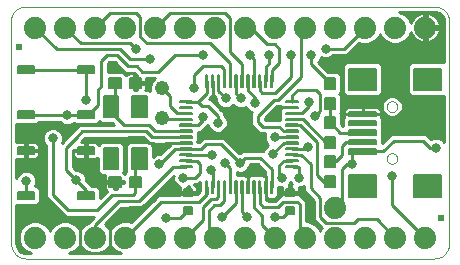
<source format=gtl>
G75*
G70*
%OFA0B0*%
%FSLAX24Y24*%
%IPPOS*%
%LPD*%
%AMOC8*
5,1,8,0,0,1.08239X$1,22.5*
%
%ADD10C,0.0010*%
%ADD11C,0.0240*%
%ADD12C,0.0059*%
%ADD13C,0.0061*%
%ADD14C,0.0063*%
%ADD15C,0.0000*%
%ADD16C,0.0060*%
%ADD17C,0.0060*%
%ADD18C,0.0060*%
%ADD19C,0.0740*%
%ADD20C,0.0480*%
%ADD21C,0.0320*%
%ADD22C,0.0100*%
%ADD23C,0.0080*%
D10*
X012933Y005290D02*
X012933Y012740D01*
X012937Y012781D01*
X012944Y012822D01*
X012955Y012862D01*
X012970Y012901D01*
X012988Y012939D01*
X013009Y012974D01*
X013033Y013008D01*
X013060Y013040D01*
X013090Y013069D01*
X013122Y013095D01*
X013156Y013119D01*
X013192Y013139D01*
X013230Y013156D01*
X013269Y013170D01*
X013309Y013181D01*
X013350Y013187D01*
X013391Y013191D01*
X013433Y013190D01*
X027033Y013190D01*
X027075Y013191D01*
X027116Y013187D01*
X027157Y013181D01*
X027197Y013170D01*
X027236Y013156D01*
X027274Y013139D01*
X027310Y013119D01*
X027344Y013095D01*
X027376Y013069D01*
X027406Y013040D01*
X027433Y013008D01*
X027457Y012974D01*
X027478Y012939D01*
X027496Y012901D01*
X027511Y012862D01*
X027522Y012822D01*
X027529Y012781D01*
X027533Y012740D01*
X027533Y005290D01*
X027531Y005246D01*
X027525Y005203D01*
X027516Y005161D01*
X027503Y005119D01*
X027486Y005079D01*
X027466Y005040D01*
X027443Y005003D01*
X027416Y004969D01*
X027387Y004936D01*
X027354Y004907D01*
X027320Y004880D01*
X027283Y004857D01*
X027244Y004837D01*
X027204Y004820D01*
X027162Y004807D01*
X027120Y004798D01*
X027077Y004792D01*
X027033Y004790D01*
X013433Y004790D01*
X013389Y004792D01*
X013346Y004798D01*
X013304Y004807D01*
X013262Y004820D01*
X013222Y004837D01*
X013183Y004857D01*
X013146Y004880D01*
X013112Y004907D01*
X013079Y004936D01*
X013050Y004969D01*
X013023Y005003D01*
X013000Y005040D01*
X012980Y005079D01*
X012963Y005119D01*
X012950Y005161D01*
X012941Y005203D01*
X012935Y005246D01*
X012933Y005290D01*
D11*
X027273Y006130D03*
X013193Y011850D03*
D12*
X016212Y010472D02*
X016586Y010472D01*
X016212Y010472D02*
X016212Y010808D01*
X016586Y010808D01*
X016586Y010472D01*
X016586Y010530D02*
X016212Y010530D01*
X016212Y010588D02*
X016586Y010588D01*
X016586Y010646D02*
X016212Y010646D01*
X016212Y010704D02*
X016586Y010704D01*
X016586Y010762D02*
X016212Y010762D01*
X016881Y010472D02*
X017255Y010472D01*
X016881Y010472D02*
X016881Y010808D01*
X017255Y010808D01*
X017255Y010472D01*
X017255Y010530D02*
X016881Y010530D01*
X016881Y010588D02*
X017255Y010588D01*
X017255Y010646D02*
X016881Y010646D01*
X016881Y010704D02*
X017255Y010704D01*
X017255Y010762D02*
X016881Y010762D01*
X023405Y010812D02*
X023405Y010438D01*
X023405Y010812D02*
X023741Y010812D01*
X023741Y010438D01*
X023405Y010438D01*
X023405Y010496D02*
X023741Y010496D01*
X023741Y010554D02*
X023405Y010554D01*
X023405Y010612D02*
X023741Y010612D01*
X023741Y010670D02*
X023405Y010670D01*
X023405Y010728D02*
X023741Y010728D01*
X023741Y010786D02*
X023405Y010786D01*
X023405Y010142D02*
X023405Y009768D01*
X023405Y010142D02*
X023741Y010142D01*
X023741Y009768D01*
X023405Y009768D01*
X023405Y009826D02*
X023741Y009826D01*
X023741Y009884D02*
X023405Y009884D01*
X023405Y009942D02*
X023741Y009942D01*
X023741Y010000D02*
X023405Y010000D01*
X023405Y010058D02*
X023741Y010058D01*
X023741Y010116D02*
X023405Y010116D01*
X024186Y009689D02*
X025112Y009689D01*
X025112Y009551D01*
X024186Y009551D01*
X024186Y009689D01*
X024186Y009609D02*
X025112Y009609D01*
X025112Y009667D02*
X024186Y009667D01*
X024186Y009374D02*
X025112Y009374D01*
X025112Y009236D01*
X024186Y009236D01*
X024186Y009374D01*
X024186Y009294D02*
X025112Y009294D01*
X025112Y009352D02*
X024186Y009352D01*
X024186Y009059D02*
X025112Y009059D01*
X025112Y008921D01*
X024186Y008921D01*
X024186Y009059D01*
X024186Y008979D02*
X025112Y008979D01*
X025112Y009037D02*
X024186Y009037D01*
X024186Y008744D02*
X025112Y008744D01*
X025112Y008606D01*
X024186Y008606D01*
X024186Y008744D01*
X024186Y008664D02*
X025112Y008664D01*
X025112Y008722D02*
X024186Y008722D01*
X024186Y008429D02*
X025112Y008429D01*
X025112Y008291D01*
X024186Y008291D01*
X024186Y008429D01*
X024186Y008349D02*
X025112Y008349D01*
X025112Y008407D02*
X024186Y008407D01*
X023741Y008468D02*
X023741Y008842D01*
X023741Y008468D02*
X023405Y008468D01*
X023405Y008842D01*
X023741Y008842D01*
X023741Y008526D02*
X023405Y008526D01*
X023405Y008584D02*
X023741Y008584D01*
X023741Y008642D02*
X023405Y008642D01*
X023405Y008700D02*
X023741Y008700D01*
X023741Y008758D02*
X023405Y008758D01*
X023405Y008816D02*
X023741Y008816D01*
X023741Y009138D02*
X023741Y009512D01*
X023741Y009138D02*
X023405Y009138D01*
X023405Y009512D01*
X023741Y009512D01*
X023741Y009196D02*
X023405Y009196D01*
X023405Y009254D02*
X023741Y009254D01*
X023741Y009312D02*
X023405Y009312D01*
X023405Y009370D02*
X023741Y009370D01*
X023741Y009428D02*
X023405Y009428D01*
X023405Y009486D02*
X023741Y009486D01*
X023405Y008212D02*
X023405Y007838D01*
X023405Y008212D02*
X023741Y008212D01*
X023741Y007838D01*
X023405Y007838D01*
X023405Y007896D02*
X023741Y007896D01*
X023741Y007954D02*
X023405Y007954D01*
X023405Y008012D02*
X023741Y008012D01*
X023741Y008070D02*
X023405Y008070D01*
X023405Y008128D02*
X023741Y008128D01*
X023741Y008186D02*
X023405Y008186D01*
X023405Y007542D02*
X023405Y007168D01*
X023405Y007542D02*
X023741Y007542D01*
X023741Y007168D01*
X023405Y007168D01*
X023405Y007226D02*
X023741Y007226D01*
X023741Y007284D02*
X023405Y007284D01*
X023405Y007342D02*
X023741Y007342D01*
X023741Y007400D02*
X023405Y007400D01*
X023405Y007458D02*
X023741Y007458D01*
X023741Y007516D02*
X023405Y007516D01*
X017255Y007508D02*
X016881Y007508D01*
X017255Y007508D02*
X017255Y007172D01*
X016881Y007172D01*
X016881Y007508D01*
X016881Y007230D02*
X017255Y007230D01*
X017255Y007288D02*
X016881Y007288D01*
X016881Y007346D02*
X017255Y007346D01*
X017255Y007404D02*
X016881Y007404D01*
X016881Y007462D02*
X017255Y007462D01*
X016586Y007508D02*
X016212Y007508D01*
X016586Y007508D02*
X016586Y007172D01*
X016212Y007172D01*
X016212Y007508D01*
X016212Y007230D02*
X016586Y007230D01*
X016586Y007288D02*
X016212Y007288D01*
X016212Y007346D02*
X016586Y007346D01*
X016586Y007404D02*
X016212Y007404D01*
X016212Y007462D02*
X016586Y007462D01*
D13*
X016016Y007780D02*
X016016Y008468D01*
X016506Y008468D01*
X016506Y007780D01*
X016016Y007780D01*
X016016Y007840D02*
X016506Y007840D01*
X016506Y007900D02*
X016016Y007900D01*
X016016Y007960D02*
X016506Y007960D01*
X016506Y008020D02*
X016016Y008020D01*
X016016Y008080D02*
X016506Y008080D01*
X016506Y008140D02*
X016016Y008140D01*
X016016Y008200D02*
X016506Y008200D01*
X016506Y008260D02*
X016016Y008260D01*
X016016Y008320D02*
X016506Y008320D01*
X016506Y008380D02*
X016016Y008380D01*
X016016Y008440D02*
X016506Y008440D01*
X016961Y008468D02*
X016961Y007780D01*
X016961Y008468D02*
X017451Y008468D01*
X017451Y007780D01*
X016961Y007780D01*
X016961Y007840D02*
X017451Y007840D01*
X017451Y007900D02*
X016961Y007900D01*
X016961Y007960D02*
X017451Y007960D01*
X017451Y008020D02*
X016961Y008020D01*
X016961Y008080D02*
X017451Y008080D01*
X017451Y008140D02*
X016961Y008140D01*
X016961Y008200D02*
X017451Y008200D01*
X017451Y008260D02*
X016961Y008260D01*
X016961Y008320D02*
X017451Y008320D01*
X017451Y008380D02*
X016961Y008380D01*
X016961Y008440D02*
X017451Y008440D01*
X016961Y009512D02*
X016961Y010200D01*
X017451Y010200D01*
X017451Y009512D01*
X016961Y009512D01*
X016961Y009572D02*
X017451Y009572D01*
X017451Y009632D02*
X016961Y009632D01*
X016961Y009692D02*
X017451Y009692D01*
X017451Y009752D02*
X016961Y009752D01*
X016961Y009812D02*
X017451Y009812D01*
X017451Y009872D02*
X016961Y009872D01*
X016961Y009932D02*
X017451Y009932D01*
X017451Y009992D02*
X016961Y009992D01*
X016961Y010052D02*
X017451Y010052D01*
X017451Y010112D02*
X016961Y010112D01*
X016961Y010172D02*
X017451Y010172D01*
X016016Y010200D02*
X016016Y009512D01*
X016016Y010200D02*
X016506Y010200D01*
X016506Y009512D01*
X016016Y009512D01*
X016016Y009572D02*
X016506Y009572D01*
X016506Y009632D02*
X016016Y009632D01*
X016016Y009692D02*
X016506Y009692D01*
X016506Y009752D02*
X016016Y009752D01*
X016016Y009812D02*
X016506Y009812D01*
X016506Y009872D02*
X016016Y009872D01*
X016016Y009932D02*
X016506Y009932D01*
X016506Y009992D02*
X016016Y009992D01*
X016016Y010052D02*
X016506Y010052D01*
X016506Y010112D02*
X016016Y010112D01*
X016016Y010172D02*
X016506Y010172D01*
D14*
X024188Y011124D02*
X025110Y011124D01*
X025110Y010400D01*
X024188Y010400D01*
X024188Y011124D01*
X024188Y010462D02*
X025110Y010462D01*
X025110Y010524D02*
X024188Y010524D01*
X024188Y010586D02*
X025110Y010586D01*
X025110Y010648D02*
X024188Y010648D01*
X024188Y010710D02*
X025110Y010710D01*
X025110Y010772D02*
X024188Y010772D01*
X024188Y010834D02*
X025110Y010834D01*
X025110Y010896D02*
X024188Y010896D01*
X024188Y010958D02*
X025110Y010958D01*
X025110Y011020D02*
X024188Y011020D01*
X024188Y011082D02*
X025110Y011082D01*
X026353Y011124D02*
X027275Y011124D01*
X027275Y010400D01*
X026353Y010400D01*
X026353Y011124D01*
X026353Y010462D02*
X027275Y010462D01*
X027275Y010524D02*
X026353Y010524D01*
X026353Y010586D02*
X027275Y010586D01*
X027275Y010648D02*
X026353Y010648D01*
X026353Y010710D02*
X027275Y010710D01*
X027275Y010772D02*
X026353Y010772D01*
X026353Y010834D02*
X027275Y010834D01*
X027275Y010896D02*
X026353Y010896D01*
X026353Y010958D02*
X027275Y010958D01*
X027275Y011020D02*
X026353Y011020D01*
X026353Y011082D02*
X027275Y011082D01*
X027275Y007580D02*
X026353Y007580D01*
X027275Y007580D02*
X027275Y006856D01*
X026353Y006856D01*
X026353Y007580D01*
X026353Y006918D02*
X027275Y006918D01*
X027275Y006980D02*
X026353Y006980D01*
X026353Y007042D02*
X027275Y007042D01*
X027275Y007104D02*
X026353Y007104D01*
X026353Y007166D02*
X027275Y007166D01*
X027275Y007228D02*
X026353Y007228D01*
X026353Y007290D02*
X027275Y007290D01*
X027275Y007352D02*
X026353Y007352D01*
X026353Y007414D02*
X027275Y007414D01*
X027275Y007476D02*
X026353Y007476D01*
X026353Y007538D02*
X027275Y007538D01*
X025110Y007580D02*
X024188Y007580D01*
X025110Y007580D02*
X025110Y006856D01*
X024188Y006856D01*
X024188Y007580D01*
X024188Y006918D02*
X025110Y006918D01*
X025110Y006980D02*
X024188Y006980D01*
X024188Y007042D02*
X025110Y007042D01*
X025110Y007104D02*
X024188Y007104D01*
X024188Y007166D02*
X025110Y007166D01*
X025110Y007228D02*
X024188Y007228D01*
X024188Y007290D02*
X025110Y007290D01*
X025110Y007352D02*
X024188Y007352D01*
X024188Y007414D02*
X025110Y007414D01*
X025110Y007476D02*
X024188Y007476D01*
X024188Y007538D02*
X025110Y007538D01*
D15*
X025456Y008124D02*
X025458Y008150D01*
X025464Y008176D01*
X025474Y008201D01*
X025487Y008224D01*
X025503Y008244D01*
X025523Y008262D01*
X025545Y008277D01*
X025568Y008289D01*
X025594Y008297D01*
X025620Y008301D01*
X025646Y008301D01*
X025672Y008297D01*
X025698Y008289D01*
X025722Y008277D01*
X025743Y008262D01*
X025763Y008244D01*
X025779Y008224D01*
X025792Y008201D01*
X025802Y008176D01*
X025808Y008150D01*
X025810Y008124D01*
X025808Y008098D01*
X025802Y008072D01*
X025792Y008047D01*
X025779Y008024D01*
X025763Y008004D01*
X025743Y007986D01*
X025721Y007971D01*
X025698Y007959D01*
X025672Y007951D01*
X025646Y007947D01*
X025620Y007947D01*
X025594Y007951D01*
X025568Y007959D01*
X025544Y007971D01*
X025523Y007986D01*
X025503Y008004D01*
X025487Y008024D01*
X025474Y008047D01*
X025464Y008072D01*
X025458Y008098D01*
X025456Y008124D01*
X025456Y009856D02*
X025458Y009882D01*
X025464Y009908D01*
X025474Y009933D01*
X025487Y009956D01*
X025503Y009976D01*
X025523Y009994D01*
X025545Y010009D01*
X025568Y010021D01*
X025594Y010029D01*
X025620Y010033D01*
X025646Y010033D01*
X025672Y010029D01*
X025698Y010021D01*
X025722Y010009D01*
X025743Y009994D01*
X025763Y009976D01*
X025779Y009956D01*
X025792Y009933D01*
X025802Y009908D01*
X025808Y009882D01*
X025810Y009856D01*
X025808Y009830D01*
X025802Y009804D01*
X025792Y009779D01*
X025779Y009756D01*
X025763Y009736D01*
X025743Y009718D01*
X025721Y009703D01*
X025698Y009691D01*
X025672Y009683D01*
X025646Y009679D01*
X025620Y009679D01*
X025594Y009683D01*
X025568Y009691D01*
X025544Y009703D01*
X025523Y009718D01*
X025503Y009736D01*
X025487Y009756D01*
X025474Y009779D01*
X025464Y009804D01*
X025458Y009830D01*
X025456Y009856D01*
D16*
X022360Y006858D02*
X022106Y006858D01*
X022106Y007112D01*
X022360Y007112D01*
X022360Y006858D01*
X022360Y006917D02*
X022106Y006917D01*
X022106Y006976D02*
X022360Y006976D01*
X022360Y007035D02*
X022106Y007035D01*
X022106Y007094D02*
X022360Y007094D01*
X022360Y006268D02*
X022106Y006268D01*
X022106Y006522D01*
X022360Y006522D01*
X022360Y006268D01*
X022360Y006327D02*
X022106Y006327D01*
X022106Y006386D02*
X022360Y006386D01*
X022360Y006445D02*
X022106Y006445D01*
X022106Y006504D02*
X022360Y006504D01*
X018960Y006268D02*
X018706Y006268D01*
X018706Y006522D01*
X018960Y006522D01*
X018960Y006268D01*
X018960Y006327D02*
X018706Y006327D01*
X018706Y006386D02*
X018960Y006386D01*
X018960Y006445D02*
X018706Y006445D01*
X018706Y006504D02*
X018960Y006504D01*
X018960Y006858D02*
X018706Y006858D01*
X018706Y007112D01*
X018960Y007112D01*
X018960Y006858D01*
X018960Y006917D02*
X018706Y006917D01*
X018706Y006976D02*
X018960Y006976D01*
X018960Y007035D02*
X018706Y007035D01*
X018706Y007094D02*
X018960Y007094D01*
D17*
X015163Y007010D02*
X015163Y006770D01*
X015163Y007010D02*
X015703Y007010D01*
X015703Y006770D01*
X015163Y006770D01*
X015163Y006829D02*
X015703Y006829D01*
X015703Y006888D02*
X015163Y006888D01*
X015163Y006947D02*
X015703Y006947D01*
X015703Y007006D02*
X015163Y007006D01*
X013163Y007010D02*
X013163Y006770D01*
X013163Y007010D02*
X013703Y007010D01*
X013703Y006770D01*
X013163Y006770D01*
X013163Y006829D02*
X013703Y006829D01*
X013703Y006888D02*
X013163Y006888D01*
X013163Y006947D02*
X013703Y006947D01*
X013703Y007006D02*
X013163Y007006D01*
X013163Y008270D02*
X013163Y008510D01*
X013703Y008510D01*
X013703Y008270D01*
X013163Y008270D01*
X013163Y008329D02*
X013703Y008329D01*
X013703Y008388D02*
X013163Y008388D01*
X013163Y008447D02*
X013703Y008447D01*
X013703Y008506D02*
X013163Y008506D01*
X015163Y008510D02*
X015163Y008270D01*
X015163Y008510D02*
X015703Y008510D01*
X015703Y008270D01*
X015163Y008270D01*
X015163Y008329D02*
X015703Y008329D01*
X015703Y008388D02*
X015163Y008388D01*
X015163Y008447D02*
X015703Y008447D01*
X015703Y008506D02*
X015163Y008506D01*
X015163Y009470D02*
X015163Y009710D01*
X015703Y009710D01*
X015703Y009470D01*
X015163Y009470D01*
X015163Y009529D02*
X015703Y009529D01*
X015703Y009588D02*
X015163Y009588D01*
X015163Y009647D02*
X015703Y009647D01*
X015703Y009706D02*
X015163Y009706D01*
X013163Y009710D02*
X013163Y009470D01*
X013163Y009710D02*
X013703Y009710D01*
X013703Y009470D01*
X013163Y009470D01*
X013163Y009529D02*
X013703Y009529D01*
X013703Y009588D02*
X013163Y009588D01*
X013163Y009647D02*
X013703Y009647D01*
X013703Y009706D02*
X013163Y009706D01*
X013163Y010970D02*
X013163Y011210D01*
X013703Y011210D01*
X013703Y010970D01*
X013163Y010970D01*
X013163Y011029D02*
X013703Y011029D01*
X013703Y011088D02*
X013163Y011088D01*
X013163Y011147D02*
X013703Y011147D01*
X013703Y011206D02*
X013163Y011206D01*
X015163Y011210D02*
X015163Y010970D01*
X015163Y011210D02*
X015703Y011210D01*
X015703Y010970D01*
X015163Y010970D01*
X015163Y011029D02*
X015703Y011029D01*
X015703Y011088D02*
X015163Y011088D01*
X015163Y011147D02*
X015703Y011147D01*
X015703Y011206D02*
X015163Y011206D01*
D18*
X018556Y010046D02*
X018968Y010046D01*
X018968Y010000D01*
X018556Y010000D01*
X018556Y010046D01*
X018556Y009849D02*
X018968Y009849D01*
X018968Y009803D01*
X018556Y009803D01*
X018556Y009849D01*
X018556Y009652D02*
X018968Y009652D01*
X018968Y009606D01*
X018556Y009606D01*
X018556Y009652D01*
X018556Y009455D02*
X018968Y009455D01*
X018968Y009409D01*
X018556Y009409D01*
X018556Y009455D01*
X018556Y009212D02*
X018968Y009212D01*
X018556Y009212D02*
X018556Y009258D01*
X018968Y009258D01*
X018968Y009212D01*
X018968Y009061D02*
X018556Y009061D01*
X018968Y009061D02*
X018968Y009015D01*
X018556Y009015D01*
X018556Y009061D01*
X018556Y008865D02*
X018968Y008865D01*
X018968Y008819D01*
X018556Y008819D01*
X018556Y008865D01*
X018556Y008668D02*
X018968Y008668D01*
X018968Y008622D01*
X018556Y008622D01*
X018556Y008668D01*
X018556Y008471D02*
X018968Y008471D01*
X018968Y008425D01*
X018556Y008425D01*
X018556Y008471D01*
X018556Y008274D02*
X018968Y008274D01*
X018968Y008228D01*
X018556Y008228D01*
X018556Y008274D01*
X018556Y008077D02*
X018968Y008077D01*
X018968Y008031D01*
X018556Y008031D01*
X018556Y008077D01*
X018556Y007880D02*
X018968Y007880D01*
X018968Y007834D01*
X018556Y007834D01*
X018556Y007880D01*
X019428Y007374D02*
X019428Y006962D01*
X019428Y007374D02*
X019474Y007374D01*
X019474Y006962D01*
X019428Y006962D01*
X019428Y007021D02*
X019474Y007021D01*
X019474Y007080D02*
X019428Y007080D01*
X019428Y007139D02*
X019474Y007139D01*
X019474Y007198D02*
X019428Y007198D01*
X019428Y007257D02*
X019474Y007257D01*
X019474Y007316D02*
X019428Y007316D01*
X019625Y007374D02*
X019625Y006962D01*
X019625Y007374D02*
X019671Y007374D01*
X019671Y006962D01*
X019625Y006962D01*
X019625Y007021D02*
X019671Y007021D01*
X019671Y007080D02*
X019625Y007080D01*
X019625Y007139D02*
X019671Y007139D01*
X019671Y007198D02*
X019625Y007198D01*
X019625Y007257D02*
X019671Y007257D01*
X019671Y007316D02*
X019625Y007316D01*
X019821Y007374D02*
X019821Y006962D01*
X019821Y007374D02*
X019867Y007374D01*
X019867Y006962D01*
X019821Y006962D01*
X019821Y007021D02*
X019867Y007021D01*
X019867Y007080D02*
X019821Y007080D01*
X019821Y007139D02*
X019867Y007139D01*
X019867Y007198D02*
X019821Y007198D01*
X019821Y007257D02*
X019867Y007257D01*
X019867Y007316D02*
X019821Y007316D01*
X020018Y007374D02*
X020018Y006962D01*
X020018Y007374D02*
X020064Y007374D01*
X020064Y006962D01*
X020018Y006962D01*
X020018Y007021D02*
X020064Y007021D01*
X020064Y007080D02*
X020018Y007080D01*
X020018Y007139D02*
X020064Y007139D01*
X020064Y007198D02*
X020018Y007198D01*
X020018Y007257D02*
X020064Y007257D01*
X020064Y007316D02*
X020018Y007316D01*
X020215Y007374D02*
X020215Y006962D01*
X020215Y007374D02*
X020261Y007374D01*
X020261Y006962D01*
X020215Y006962D01*
X020215Y007021D02*
X020261Y007021D01*
X020261Y007080D02*
X020215Y007080D01*
X020215Y007139D02*
X020261Y007139D01*
X020261Y007198D02*
X020215Y007198D01*
X020215Y007257D02*
X020261Y007257D01*
X020261Y007316D02*
X020215Y007316D01*
X020412Y007374D02*
X020412Y006962D01*
X020412Y007374D02*
X020458Y007374D01*
X020458Y006962D01*
X020412Y006962D01*
X020412Y007021D02*
X020458Y007021D01*
X020458Y007080D02*
X020412Y007080D01*
X020412Y007139D02*
X020458Y007139D01*
X020458Y007198D02*
X020412Y007198D01*
X020412Y007257D02*
X020458Y007257D01*
X020458Y007316D02*
X020412Y007316D01*
X020609Y007374D02*
X020609Y006962D01*
X020609Y007374D02*
X020655Y007374D01*
X020655Y006962D01*
X020609Y006962D01*
X020609Y007021D02*
X020655Y007021D01*
X020655Y007080D02*
X020609Y007080D01*
X020609Y007139D02*
X020655Y007139D01*
X020655Y007198D02*
X020609Y007198D01*
X020609Y007257D02*
X020655Y007257D01*
X020655Y007316D02*
X020609Y007316D01*
X020806Y007374D02*
X020806Y006962D01*
X020806Y007374D02*
X020852Y007374D01*
X020852Y006962D01*
X020806Y006962D01*
X020806Y007021D02*
X020852Y007021D01*
X020852Y007080D02*
X020806Y007080D01*
X020806Y007139D02*
X020852Y007139D01*
X020852Y007198D02*
X020806Y007198D01*
X020806Y007257D02*
X020852Y007257D01*
X020852Y007316D02*
X020806Y007316D01*
X021002Y007374D02*
X021002Y006962D01*
X021002Y007374D02*
X021048Y007374D01*
X021048Y006962D01*
X021002Y006962D01*
X021002Y007021D02*
X021048Y007021D01*
X021048Y007080D02*
X021002Y007080D01*
X021002Y007139D02*
X021048Y007139D01*
X021048Y007198D02*
X021002Y007198D01*
X021002Y007257D02*
X021048Y007257D01*
X021048Y007316D02*
X021002Y007316D01*
X021199Y007374D02*
X021199Y006962D01*
X021199Y007374D02*
X021245Y007374D01*
X021245Y006962D01*
X021199Y006962D01*
X021199Y007021D02*
X021245Y007021D01*
X021245Y007080D02*
X021199Y007080D01*
X021199Y007139D02*
X021245Y007139D01*
X021245Y007198D02*
X021199Y007198D01*
X021199Y007257D02*
X021245Y007257D01*
X021245Y007316D02*
X021199Y007316D01*
X021396Y007374D02*
X021396Y006962D01*
X021396Y007374D02*
X021442Y007374D01*
X021442Y006962D01*
X021396Y006962D01*
X021396Y007021D02*
X021442Y007021D01*
X021442Y007080D02*
X021396Y007080D01*
X021396Y007139D02*
X021442Y007139D01*
X021442Y007198D02*
X021396Y007198D01*
X021396Y007257D02*
X021442Y007257D01*
X021442Y007316D02*
X021396Y007316D01*
X021593Y007374D02*
X021593Y006962D01*
X021593Y007374D02*
X021639Y007374D01*
X021639Y006962D01*
X021593Y006962D01*
X021593Y007021D02*
X021639Y007021D01*
X021639Y007080D02*
X021593Y007080D01*
X021593Y007139D02*
X021639Y007139D01*
X021639Y007198D02*
X021593Y007198D01*
X021593Y007257D02*
X021639Y007257D01*
X021639Y007316D02*
X021593Y007316D01*
X022099Y007880D02*
X022511Y007880D01*
X022511Y007834D01*
X022099Y007834D01*
X022099Y007880D01*
X022099Y008077D02*
X022511Y008077D01*
X022511Y008031D01*
X022099Y008031D01*
X022099Y008077D01*
X022099Y008274D02*
X022511Y008274D01*
X022511Y008228D01*
X022099Y008228D01*
X022099Y008274D01*
X022099Y008471D02*
X022511Y008471D01*
X022511Y008425D01*
X022099Y008425D01*
X022099Y008471D01*
X022099Y008668D02*
X022511Y008668D01*
X022511Y008622D01*
X022099Y008622D01*
X022099Y008668D01*
X022099Y008865D02*
X022511Y008865D01*
X022511Y008819D01*
X022099Y008819D01*
X022099Y008865D01*
X022099Y009061D02*
X022511Y009061D01*
X022511Y009015D01*
X022099Y009015D01*
X022099Y009061D01*
X022099Y009212D02*
X022511Y009212D01*
X022099Y009212D02*
X022099Y009258D01*
X022511Y009258D01*
X022511Y009212D01*
X022511Y009455D02*
X022099Y009455D01*
X022511Y009455D02*
X022511Y009409D01*
X022099Y009409D01*
X022099Y009455D01*
X022099Y009652D02*
X022511Y009652D01*
X022511Y009606D01*
X022099Y009606D01*
X022099Y009652D01*
X022099Y009849D02*
X022511Y009849D01*
X022511Y009803D01*
X022099Y009803D01*
X022099Y009849D01*
X022099Y010046D02*
X022511Y010046D01*
X022511Y010000D01*
X022099Y010000D01*
X022099Y010046D01*
X021593Y010506D02*
X021593Y010918D01*
X021639Y010918D01*
X021639Y010506D01*
X021593Y010506D01*
X021593Y010565D02*
X021639Y010565D01*
X021639Y010624D02*
X021593Y010624D01*
X021593Y010683D02*
X021639Y010683D01*
X021639Y010742D02*
X021593Y010742D01*
X021593Y010801D02*
X021639Y010801D01*
X021639Y010860D02*
X021593Y010860D01*
X021396Y010918D02*
X021396Y010506D01*
X021396Y010918D02*
X021442Y010918D01*
X021442Y010506D01*
X021396Y010506D01*
X021396Y010565D02*
X021442Y010565D01*
X021442Y010624D02*
X021396Y010624D01*
X021396Y010683D02*
X021442Y010683D01*
X021442Y010742D02*
X021396Y010742D01*
X021396Y010801D02*
X021442Y010801D01*
X021442Y010860D02*
X021396Y010860D01*
X021199Y010918D02*
X021199Y010506D01*
X021199Y010918D02*
X021245Y010918D01*
X021245Y010506D01*
X021199Y010506D01*
X021199Y010565D02*
X021245Y010565D01*
X021245Y010624D02*
X021199Y010624D01*
X021199Y010683D02*
X021245Y010683D01*
X021245Y010742D02*
X021199Y010742D01*
X021199Y010801D02*
X021245Y010801D01*
X021245Y010860D02*
X021199Y010860D01*
X021002Y010918D02*
X021002Y010506D01*
X021002Y010918D02*
X021048Y010918D01*
X021048Y010506D01*
X021002Y010506D01*
X021002Y010565D02*
X021048Y010565D01*
X021048Y010624D02*
X021002Y010624D01*
X021002Y010683D02*
X021048Y010683D01*
X021048Y010742D02*
X021002Y010742D01*
X021002Y010801D02*
X021048Y010801D01*
X021048Y010860D02*
X021002Y010860D01*
X020806Y010918D02*
X020806Y010506D01*
X020806Y010918D02*
X020852Y010918D01*
X020852Y010506D01*
X020806Y010506D01*
X020806Y010565D02*
X020852Y010565D01*
X020852Y010624D02*
X020806Y010624D01*
X020806Y010683D02*
X020852Y010683D01*
X020852Y010742D02*
X020806Y010742D01*
X020806Y010801D02*
X020852Y010801D01*
X020852Y010860D02*
X020806Y010860D01*
X020609Y010918D02*
X020609Y010506D01*
X020609Y010918D02*
X020655Y010918D01*
X020655Y010506D01*
X020609Y010506D01*
X020609Y010565D02*
X020655Y010565D01*
X020655Y010624D02*
X020609Y010624D01*
X020609Y010683D02*
X020655Y010683D01*
X020655Y010742D02*
X020609Y010742D01*
X020609Y010801D02*
X020655Y010801D01*
X020655Y010860D02*
X020609Y010860D01*
X020412Y010918D02*
X020412Y010506D01*
X020412Y010918D02*
X020458Y010918D01*
X020458Y010506D01*
X020412Y010506D01*
X020412Y010565D02*
X020458Y010565D01*
X020458Y010624D02*
X020412Y010624D01*
X020412Y010683D02*
X020458Y010683D01*
X020458Y010742D02*
X020412Y010742D01*
X020412Y010801D02*
X020458Y010801D01*
X020458Y010860D02*
X020412Y010860D01*
X020261Y010918D02*
X020261Y010506D01*
X020215Y010506D01*
X020215Y010918D01*
X020261Y010918D01*
X020261Y010565D02*
X020215Y010565D01*
X020215Y010624D02*
X020261Y010624D01*
X020261Y010683D02*
X020215Y010683D01*
X020215Y010742D02*
X020261Y010742D01*
X020261Y010801D02*
X020215Y010801D01*
X020215Y010860D02*
X020261Y010860D01*
X020018Y010918D02*
X020018Y010506D01*
X020018Y010918D02*
X020064Y010918D01*
X020064Y010506D01*
X020018Y010506D01*
X020018Y010565D02*
X020064Y010565D01*
X020064Y010624D02*
X020018Y010624D01*
X020018Y010683D02*
X020064Y010683D01*
X020064Y010742D02*
X020018Y010742D01*
X020018Y010801D02*
X020064Y010801D01*
X020064Y010860D02*
X020018Y010860D01*
X019821Y010918D02*
X019821Y010506D01*
X019821Y010918D02*
X019867Y010918D01*
X019867Y010506D01*
X019821Y010506D01*
X019821Y010565D02*
X019867Y010565D01*
X019867Y010624D02*
X019821Y010624D01*
X019821Y010683D02*
X019867Y010683D01*
X019867Y010742D02*
X019821Y010742D01*
X019821Y010801D02*
X019867Y010801D01*
X019867Y010860D02*
X019821Y010860D01*
X019625Y010918D02*
X019625Y010506D01*
X019625Y010918D02*
X019671Y010918D01*
X019671Y010506D01*
X019625Y010506D01*
X019625Y010565D02*
X019671Y010565D01*
X019671Y010624D02*
X019625Y010624D01*
X019625Y010683D02*
X019671Y010683D01*
X019671Y010742D02*
X019625Y010742D01*
X019625Y010801D02*
X019671Y010801D01*
X019671Y010860D02*
X019625Y010860D01*
X019428Y010918D02*
X019428Y010506D01*
X019428Y010918D02*
X019474Y010918D01*
X019474Y010506D01*
X019428Y010506D01*
X019428Y010565D02*
X019474Y010565D01*
X019474Y010624D02*
X019428Y010624D01*
X019428Y010683D02*
X019474Y010683D01*
X019474Y010742D02*
X019428Y010742D01*
X019428Y010801D02*
X019474Y010801D01*
X019474Y010860D02*
X019428Y010860D01*
D19*
X019733Y012490D03*
X018733Y012490D03*
X017733Y012490D03*
X016733Y012490D03*
X015733Y012490D03*
X014733Y012490D03*
X013733Y012490D03*
X020733Y012490D03*
X021733Y012490D03*
X022733Y012490D03*
X023733Y012490D03*
X024733Y012490D03*
X025733Y012490D03*
X026733Y012490D03*
X023733Y006490D03*
X023733Y005490D03*
X024733Y005490D03*
X025733Y005490D03*
X026733Y005490D03*
X022733Y005490D03*
X021733Y005490D03*
X020733Y005490D03*
X019733Y005490D03*
X018733Y005490D03*
X017733Y005490D03*
X016733Y005490D03*
X015733Y005490D03*
X014733Y005490D03*
X013733Y005490D03*
D20*
X017973Y009470D03*
X017973Y010470D03*
D21*
X019033Y010490D03*
X020083Y010130D03*
X020583Y010130D03*
X021073Y009970D03*
X020693Y009630D03*
X019823Y009320D03*
X019333Y009520D03*
X019433Y008950D03*
X019633Y008250D03*
X020063Y007980D03*
X020563Y007980D03*
X021073Y007800D03*
X021673Y008290D03*
X021713Y008840D03*
X022823Y008510D03*
X024303Y007930D03*
X025643Y007530D03*
X027093Y008480D03*
X025873Y009160D03*
X023053Y009530D03*
X022873Y010020D03*
X021743Y009600D03*
X017873Y008430D03*
X017873Y007930D03*
X018673Y007480D03*
X019603Y007740D03*
X021953Y007490D03*
X022533Y007490D03*
X022903Y006360D03*
X021733Y006170D03*
X020783Y006180D03*
X019963Y006180D03*
X018093Y006130D03*
X015103Y007410D03*
X013433Y007380D03*
X013433Y007880D03*
X014323Y008810D03*
X014803Y009560D03*
X015443Y010070D03*
X016323Y011160D03*
X017573Y011440D03*
X017093Y011780D03*
X019343Y011570D03*
X020883Y011570D03*
X021513Y011570D03*
X022263Y011570D03*
X022933Y011570D03*
X023413Y011790D03*
D22*
X024033Y011790D01*
X024733Y012490D01*
X025233Y012286D02*
X025276Y012184D01*
X025427Y012032D01*
X025626Y011950D01*
X025841Y011950D01*
X026039Y012032D01*
X026191Y012184D01*
X026256Y012341D01*
X026270Y012298D01*
X026306Y012228D01*
X026352Y012164D01*
X026408Y012109D01*
X026471Y012062D01*
X026541Y012027D01*
X026616Y012002D01*
X026683Y011992D01*
X026683Y012440D01*
X026783Y012440D01*
X026783Y011992D01*
X026850Y012002D01*
X026925Y012027D01*
X026995Y012062D01*
X027059Y012109D01*
X027115Y012164D01*
X027161Y012228D01*
X027197Y012298D01*
X027221Y012373D01*
X027232Y012440D01*
X026783Y012440D01*
X026783Y012540D01*
X026683Y012540D01*
X026683Y012988D01*
X026616Y012978D01*
X026541Y012953D01*
X026471Y012918D01*
X026408Y012871D01*
X026352Y012816D01*
X026306Y012752D01*
X026270Y012682D01*
X026256Y012639D01*
X026191Y012796D01*
X026039Y012948D01*
X025877Y013015D01*
X026966Y013015D01*
X026970Y013011D01*
X027038Y013015D01*
X027048Y013015D01*
X027101Y013013D01*
X027212Y012973D01*
X027299Y012895D01*
X027350Y012789D01*
X027358Y012732D01*
X027358Y011325D01*
X026270Y011325D01*
X026152Y011207D01*
X026152Y010316D01*
X026270Y010198D01*
X027358Y010198D01*
X027358Y008682D01*
X027280Y008760D01*
X027159Y008810D01*
X027028Y008810D01*
X026926Y008768D01*
X026883Y008811D01*
X026754Y008940D01*
X025602Y008940D01*
X025473Y008811D01*
X025311Y008649D01*
X025311Y008827D01*
X025305Y008833D01*
X025311Y008838D01*
X025311Y009142D01*
X025305Y009147D01*
X025311Y009153D01*
X025311Y009457D01*
X025264Y009504D01*
X025271Y009530D01*
X025271Y009620D01*
X025271Y009710D01*
X025260Y009750D01*
X025239Y009787D01*
X025210Y009816D01*
X025173Y009837D01*
X025133Y009848D01*
X024649Y009848D01*
X024165Y009848D01*
X024125Y009837D01*
X024089Y009816D01*
X024059Y009787D01*
X024038Y009750D01*
X024027Y009710D01*
X024027Y009620D01*
X024649Y009620D01*
X024649Y009848D01*
X024649Y009620D01*
X024649Y009620D01*
X024649Y009620D01*
X024027Y009620D01*
X024027Y009530D01*
X024034Y009504D01*
X023987Y009457D01*
X023987Y009222D01*
X023940Y009269D01*
X023940Y009594D01*
X023894Y009640D01*
X023940Y009686D01*
X023940Y010225D01*
X023875Y010290D01*
X023940Y010355D01*
X023940Y010894D01*
X023823Y011011D01*
X023498Y011011D01*
X023170Y011340D01*
X023213Y011383D01*
X023260Y011496D01*
X023348Y011460D01*
X023479Y011460D01*
X023600Y011510D01*
X023660Y011570D01*
X024124Y011570D01*
X024540Y011986D01*
X024626Y011950D01*
X024841Y011950D01*
X025039Y012032D01*
X025191Y012184D01*
X025233Y012286D01*
X025229Y012276D02*
X025237Y012276D01*
X025282Y012178D02*
X025185Y012178D01*
X025086Y012079D02*
X025381Y012079D01*
X025552Y011981D02*
X024914Y011981D01*
X024552Y011981D02*
X024535Y011981D01*
X024436Y011882D02*
X027358Y011882D01*
X027358Y011784D02*
X024338Y011784D01*
X024239Y011685D02*
X027358Y011685D01*
X027358Y011587D02*
X024141Y011587D01*
X024105Y011325D02*
X023987Y011207D01*
X023987Y010316D01*
X024105Y010198D01*
X025193Y010198D01*
X025311Y010316D01*
X025311Y011207D01*
X025193Y011325D01*
X024105Y011325D01*
X024071Y011291D02*
X023218Y011291D01*
X023216Y011390D02*
X027358Y011390D01*
X027358Y011488D02*
X023547Y011488D01*
X023280Y011488D02*
X023257Y011488D01*
X023317Y011193D02*
X023987Y011193D01*
X023987Y011094D02*
X023415Y011094D01*
X023839Y010996D02*
X023987Y010996D01*
X023987Y010897D02*
X023937Y010897D01*
X023940Y010799D02*
X023987Y010799D01*
X023987Y010700D02*
X023940Y010700D01*
X023940Y010602D02*
X023987Y010602D01*
X023987Y010503D02*
X023940Y010503D01*
X023940Y010405D02*
X023987Y010405D01*
X023997Y010306D02*
X023891Y010306D01*
X023940Y010208D02*
X024095Y010208D01*
X023940Y010109D02*
X025395Y010109D01*
X025437Y010150D02*
X025339Y010053D01*
X025286Y009925D01*
X025286Y009787D01*
X025339Y009659D01*
X025437Y009562D01*
X025564Y009509D01*
X025702Y009509D01*
X025830Y009562D01*
X025928Y009659D01*
X025980Y009787D01*
X025980Y009925D01*
X025928Y010053D01*
X025830Y010150D01*
X025702Y010203D01*
X025564Y010203D01*
X025437Y010150D01*
X025322Y010011D02*
X023940Y010011D01*
X023940Y009912D02*
X025286Y009912D01*
X025286Y009814D02*
X025213Y009814D01*
X025270Y009715D02*
X025316Y009715D01*
X025271Y009620D02*
X024649Y009620D01*
X025223Y009620D01*
X025683Y009160D01*
X025873Y009160D01*
X025589Y008927D02*
X025311Y008927D01*
X025309Y008829D02*
X025491Y008829D01*
X025392Y008730D02*
X025311Y008730D01*
X025311Y009026D02*
X027358Y009026D01*
X027358Y009124D02*
X025311Y009124D01*
X025311Y009223D02*
X027358Y009223D01*
X027358Y009321D02*
X025311Y009321D01*
X025311Y009420D02*
X027358Y009420D01*
X027358Y009518D02*
X025724Y009518D01*
X025542Y009518D02*
X025268Y009518D01*
X025271Y009617D02*
X025382Y009617D01*
X025271Y009620D02*
X024649Y009620D01*
X024833Y009620D01*
X024649Y009620D02*
X024649Y009620D01*
X024649Y009715D02*
X024649Y009715D01*
X024649Y009814D02*
X024649Y009814D01*
X024086Y009814D02*
X023940Y009814D01*
X023940Y009715D02*
X024028Y009715D01*
X024027Y009617D02*
X023918Y009617D01*
X023940Y009518D02*
X024030Y009518D01*
X023987Y009420D02*
X023940Y009420D01*
X023940Y009321D02*
X023987Y009321D01*
X023987Y009223D02*
X023987Y009223D01*
X023908Y008990D02*
X023573Y009325D01*
X023573Y009860D01*
X023533Y009900D01*
X023223Y009700D02*
X023053Y009530D01*
X023223Y009700D02*
X023223Y010290D01*
X023093Y010420D01*
X022483Y010420D01*
X022305Y010242D01*
X022305Y010023D01*
X022306Y010023D01*
X022305Y009826D02*
X021969Y009826D01*
X021743Y009600D01*
X021639Y009715D02*
X021899Y009715D01*
X021899Y009735D02*
X021899Y009400D01*
X021414Y009400D01*
X021383Y009431D01*
X021383Y009459D01*
X021784Y009860D01*
X021914Y009860D01*
X021935Y009880D01*
X021940Y009875D01*
X021939Y009870D01*
X021939Y009826D01*
X021989Y009826D01*
X021989Y009826D01*
X021939Y009826D01*
X021939Y009781D01*
X021940Y009776D01*
X021899Y009735D01*
X021939Y009814D02*
X021738Y009814D01*
X021989Y009826D02*
X021989Y009826D01*
X021899Y009617D02*
X021541Y009617D01*
X021442Y009518D02*
X021899Y009518D01*
X021899Y009420D02*
X021395Y009420D01*
X021163Y009340D02*
X021323Y009180D01*
X021873Y009180D01*
X022015Y009038D01*
X022305Y009038D01*
X022312Y009236D02*
X022579Y009234D01*
X022693Y009120D01*
X023143Y008670D01*
X023143Y007580D01*
X023368Y007355D01*
X023573Y007355D01*
X023233Y006810D02*
X022913Y007130D01*
X022913Y007930D01*
X022593Y008250D01*
X022313Y008250D01*
X022305Y008054D02*
X022018Y008054D01*
X021873Y007910D01*
X021873Y007570D01*
X021953Y007490D01*
X022203Y007273D02*
X022233Y007303D01*
X022243Y007328D01*
X022254Y007303D01*
X022284Y007273D01*
X022262Y007273D01*
X022262Y007014D01*
X022205Y007014D01*
X022205Y007273D01*
X022203Y007273D01*
X022205Y007253D02*
X022262Y007253D01*
X022262Y007154D02*
X022205Y007154D01*
X022205Y007056D02*
X022262Y007056D01*
X022262Y007014D02*
X022521Y007014D01*
X022521Y007134D01*
X022514Y007160D01*
X022599Y007160D01*
X022693Y007199D01*
X022693Y007039D01*
X023013Y006719D01*
X023013Y006089D01*
X023203Y005899D01*
X023291Y005811D01*
X023276Y005796D01*
X023233Y005694D01*
X023191Y005796D01*
X023039Y005948D01*
X022841Y006030D01*
X022773Y006030D01*
X022773Y006691D01*
X022554Y006910D01*
X022521Y006910D01*
X022521Y006957D01*
X022262Y006957D01*
X022775Y006957D01*
X022693Y007056D02*
X022521Y007056D01*
X022503Y006990D02*
X022229Y006990D01*
X022233Y006985D01*
X022229Y006990D02*
X022003Y006990D01*
X021733Y006720D01*
X021533Y006720D01*
X021419Y006834D01*
X021419Y007168D01*
X021419Y007554D01*
X021173Y007800D01*
X021073Y007800D01*
X020829Y007555D01*
X020829Y007168D01*
X021025Y007168D02*
X021025Y006498D01*
X021303Y006220D01*
X021303Y005920D01*
X021733Y005490D01*
X022553Y005670D02*
X022733Y005490D01*
X022553Y005670D02*
X022553Y006430D01*
X022553Y006600D01*
X022463Y006690D01*
X022003Y006690D01*
X021833Y006520D01*
X021693Y006520D01*
X021343Y006520D01*
X021222Y006641D01*
X021222Y007168D01*
X021616Y007168D02*
X021616Y007777D01*
X021243Y008150D01*
X020733Y008150D01*
X020563Y007980D01*
X019943Y008600D01*
X019423Y008600D01*
X019271Y008448D01*
X018762Y008448D01*
X018760Y008450D01*
X018403Y008450D01*
X017883Y007930D01*
X017873Y007930D01*
X018341Y007857D02*
X018762Y007857D01*
X018764Y008053D02*
X019121Y008053D01*
X019223Y007950D01*
X019223Y007650D01*
X019053Y007480D01*
X018673Y007480D01*
X018370Y007351D02*
X018145Y007351D01*
X018047Y007253D02*
X018434Y007253D01*
X018394Y007293D02*
X018486Y007200D01*
X018556Y007171D01*
X018546Y007134D01*
X018546Y007014D01*
X018805Y007014D01*
X018805Y007177D01*
X018860Y007200D01*
X018862Y007202D01*
X018862Y007014D01*
X018805Y007014D01*
X018805Y006957D01*
X017751Y006957D01*
X017842Y006910D02*
X017713Y006781D01*
X016927Y005994D01*
X016841Y006030D01*
X016626Y006030D01*
X016427Y005948D01*
X016276Y005796D01*
X016233Y005694D01*
X016191Y005796D01*
X016056Y005931D01*
X016604Y006480D01*
X017274Y006480D01*
X018346Y007551D01*
X018343Y007546D01*
X018343Y007414D01*
X018394Y007293D01*
X018343Y007450D02*
X018244Y007450D01*
X018342Y007548D02*
X018344Y007548D01*
X018341Y007857D02*
X017183Y006700D01*
X016513Y006700D01*
X015733Y005920D01*
X015733Y005490D01*
X015235Y005283D02*
X015232Y005283D01*
X015233Y005286D02*
X015276Y005184D01*
X015191Y005184D01*
X015233Y005286D01*
X015233Y005200D02*
X015233Y005840D01*
X014963Y006110D01*
X014293Y006110D01*
X014003Y006400D01*
X014003Y007700D01*
X013823Y007880D01*
X013433Y007880D01*
X013433Y008390D01*
X013408Y008415D02*
X013408Y008670D01*
X013142Y008670D01*
X013108Y008661D01*
X013108Y009270D01*
X013786Y009270D01*
X013856Y009340D01*
X014557Y009340D01*
X014616Y009280D01*
X014738Y009230D01*
X014869Y009230D01*
X014990Y009280D01*
X015030Y009320D01*
X015080Y009270D01*
X015786Y009270D01*
X015880Y009364D01*
X015933Y009312D01*
X016310Y009312D01*
X016372Y009250D01*
X015212Y009250D01*
X014893Y008931D01*
X014616Y008653D01*
X014653Y008744D01*
X014653Y008876D01*
X014603Y008997D01*
X014510Y009090D01*
X014389Y009140D01*
X014258Y009140D01*
X014136Y009090D01*
X014044Y008997D01*
X013993Y008876D01*
X013993Y008744D01*
X014044Y008623D01*
X014103Y008563D01*
X014103Y006829D01*
X014232Y006700D01*
X014232Y006700D01*
X014623Y006309D01*
X014752Y006180D01*
X015682Y006180D01*
X015513Y006011D01*
X015513Y005983D01*
X015427Y005948D01*
X015276Y005796D01*
X015233Y005694D01*
X015191Y005796D01*
X015039Y005948D01*
X014841Y006030D01*
X014626Y006030D01*
X014427Y005948D01*
X014276Y005796D01*
X014233Y005694D01*
X014191Y005796D01*
X014039Y005948D01*
X013841Y006030D01*
X013626Y006030D01*
X013427Y005948D01*
X013276Y005796D01*
X013193Y005597D01*
X013193Y005383D01*
X013276Y005184D01*
X013132Y005184D01*
X013115Y005227D02*
X013108Y005290D01*
X013108Y006570D01*
X013786Y006570D01*
X013903Y006687D01*
X013903Y007093D01*
X013786Y007210D01*
X013720Y007210D01*
X013763Y007314D01*
X013763Y007446D01*
X013713Y007567D01*
X013620Y007660D01*
X013499Y007710D01*
X013368Y007710D01*
X013246Y007660D01*
X013154Y007567D01*
X013108Y007458D01*
X013108Y008119D01*
X013142Y008110D01*
X013408Y008110D01*
X013408Y008365D01*
X013458Y008365D01*
X013458Y008110D01*
X013724Y008110D01*
X013765Y008121D01*
X013802Y008142D01*
X013831Y008172D01*
X013852Y008208D01*
X013863Y008249D01*
X013863Y008365D01*
X013458Y008365D01*
X013458Y008415D01*
X013408Y008415D01*
X013408Y008435D02*
X013458Y008435D01*
X013458Y008415D02*
X013458Y008670D01*
X013724Y008670D01*
X013765Y008659D01*
X013802Y008638D01*
X013831Y008608D01*
X013852Y008572D01*
X013863Y008531D01*
X013863Y008415D01*
X013458Y008415D01*
X013458Y008336D02*
X013408Y008336D01*
X013408Y008238D02*
X013458Y008238D01*
X013458Y008139D02*
X013408Y008139D01*
X013108Y008041D02*
X014103Y008041D01*
X014103Y008139D02*
X013796Y008139D01*
X013860Y008238D02*
X014103Y008238D01*
X014103Y008336D02*
X013863Y008336D01*
X013863Y008435D02*
X014103Y008435D01*
X014103Y008533D02*
X013863Y008533D01*
X013808Y008632D02*
X014040Y008632D01*
X013999Y008730D02*
X013108Y008730D01*
X013108Y008829D02*
X013993Y008829D01*
X014015Y008927D02*
X013108Y008927D01*
X013108Y009026D02*
X014072Y009026D01*
X014219Y009124D02*
X013108Y009124D01*
X013108Y009223D02*
X015185Y009223D01*
X015086Y009124D02*
X014428Y009124D01*
X014575Y009026D02*
X014988Y009026D01*
X014893Y008931D02*
X014893Y008931D01*
X014889Y008927D02*
X014632Y008927D01*
X014653Y008829D02*
X014791Y008829D01*
X014692Y008730D02*
X014647Y008730D01*
X014763Y008490D02*
X015113Y008840D01*
X015303Y009030D01*
X017423Y009030D01*
X017613Y008840D01*
X018760Y008840D01*
X018762Y008842D01*
X018762Y009038D02*
X018760Y009040D01*
X017783Y009040D01*
X017713Y009040D01*
X017523Y009230D01*
X017483Y009230D01*
X017193Y009230D01*
X016703Y009230D01*
X016283Y009650D01*
X016283Y009580D01*
X016283Y009650D02*
X016283Y009760D01*
X016261Y009856D02*
X016399Y009944D01*
X016399Y010640D01*
X016762Y010914D02*
X016668Y011007D01*
X016153Y011007D01*
X016153Y011299D01*
X016204Y011350D01*
X016382Y011350D01*
X016742Y010990D01*
X017022Y010990D01*
X017116Y010896D01*
X017116Y010688D01*
X017415Y010688D01*
X017415Y010800D01*
X017724Y010800D01*
X017626Y010702D01*
X017563Y010552D01*
X017563Y010388D01*
X017576Y010358D01*
X017534Y010400D01*
X017397Y010400D01*
X017404Y010411D01*
X017415Y010452D01*
X017415Y010592D01*
X017116Y010592D01*
X017116Y010400D01*
X017020Y010400D01*
X017020Y010592D01*
X017116Y010592D01*
X017116Y010688D01*
X017020Y010688D01*
X017020Y010967D01*
X016860Y010967D01*
X016819Y010956D01*
X016783Y010935D01*
X016762Y010914D01*
X016737Y010996D02*
X016680Y010996D01*
X016638Y011094D02*
X016153Y011094D01*
X016153Y011193D02*
X016540Y011193D01*
X016553Y011160D02*
X016323Y011160D01*
X016441Y011291D02*
X016153Y011291D01*
X015933Y011390D02*
X015933Y010530D01*
X015813Y010410D01*
X015813Y009900D01*
X015503Y009590D01*
X015433Y009590D01*
X015433Y009560D02*
X014803Y009560D01*
X013463Y009560D01*
X013454Y009561D01*
X013445Y009566D01*
X013439Y009572D01*
X013434Y009581D01*
X013433Y009590D01*
X013837Y009321D02*
X014576Y009321D01*
X014323Y008810D02*
X014323Y006920D01*
X014843Y006400D01*
X015803Y006400D01*
X016303Y006900D01*
X016983Y006900D01*
X017073Y006990D01*
X017073Y007285D01*
X017068Y007340D01*
X017068Y007936D01*
X017206Y008124D01*
X017651Y008175D02*
X017651Y008551D01*
X017582Y008620D01*
X018262Y008620D01*
X018183Y008541D01*
X017902Y008260D01*
X017808Y008260D01*
X017686Y008210D01*
X017651Y008175D01*
X017651Y008238D02*
X017753Y008238D01*
X017651Y008336D02*
X017978Y008336D01*
X018077Y008435D02*
X017651Y008435D01*
X017651Y008533D02*
X018175Y008533D01*
X018183Y008541D02*
X018183Y008541D01*
X018088Y008645D02*
X017873Y008430D01*
X017663Y008640D01*
X017513Y008640D01*
X017323Y008830D01*
X016863Y008830D01*
X016733Y008700D01*
X016626Y008632D02*
X016841Y008632D01*
X016878Y008668D02*
X016760Y008551D01*
X016760Y007697D01*
X016774Y007683D01*
X016705Y007614D01*
X016684Y007635D01*
X016659Y007649D01*
X016706Y007697D01*
X016706Y008551D01*
X016589Y008668D01*
X015933Y008668D01*
X015847Y008582D01*
X015831Y008608D01*
X015802Y008638D01*
X015765Y008659D01*
X015724Y008670D01*
X015458Y008670D01*
X015458Y008415D01*
X015408Y008415D01*
X015408Y008365D01*
X015003Y008365D01*
X015003Y008249D01*
X015014Y008208D01*
X015035Y008172D01*
X015065Y008142D01*
X015102Y008121D01*
X015142Y008110D01*
X015408Y008110D01*
X015408Y008365D01*
X015458Y008365D01*
X015458Y008110D01*
X015724Y008110D01*
X015765Y008121D01*
X015802Y008142D01*
X015815Y008156D01*
X015815Y007697D01*
X015933Y007580D01*
X016069Y007580D01*
X016063Y007569D01*
X016052Y007528D01*
X016052Y007388D01*
X016350Y007388D01*
X016350Y007292D01*
X016052Y007292D01*
X016052Y007152D01*
X016063Y007111D01*
X016084Y007075D01*
X016114Y007045D01*
X016129Y007036D01*
X016083Y006991D01*
X015903Y006811D01*
X015903Y007093D01*
X015786Y007210D01*
X015614Y007210D01*
X015524Y007300D01*
X015433Y007391D01*
X015433Y007476D01*
X015383Y007597D01*
X015290Y007690D01*
X015169Y007740D01*
X015084Y007740D01*
X014983Y007841D01*
X014983Y008399D01*
X015003Y008419D01*
X015003Y008415D01*
X015408Y008415D01*
X015408Y008670D01*
X015254Y008670D01*
X015394Y008810D01*
X017332Y008810D01*
X017474Y008668D01*
X016878Y008668D01*
X016760Y008533D02*
X016706Y008533D01*
X016706Y008435D02*
X016760Y008435D01*
X016760Y008336D02*
X016706Y008336D01*
X016706Y008238D02*
X016760Y008238D01*
X016760Y008139D02*
X016706Y008139D01*
X016706Y008041D02*
X016760Y008041D01*
X016760Y007942D02*
X016706Y007942D01*
X016706Y007844D02*
X016760Y007844D01*
X016760Y007745D02*
X016706Y007745D01*
X016738Y007647D02*
X016664Y007647D01*
X016057Y007548D02*
X015403Y007548D01*
X015433Y007450D02*
X016052Y007450D01*
X016052Y007253D02*
X015572Y007253D01*
X015473Y007351D02*
X016350Y007351D01*
X016363Y007370D02*
X016493Y007370D01*
X016463Y007340D02*
X016399Y007340D01*
X015813Y007340D01*
X015433Y007720D01*
X015433Y008390D01*
X015408Y008435D02*
X015458Y008435D01*
X015458Y008533D02*
X015408Y008533D01*
X015408Y008632D02*
X015458Y008632D01*
X015314Y008730D02*
X017412Y008730D01*
X018088Y008645D02*
X018762Y008645D01*
X019128Y008668D02*
X019128Y008689D01*
X019127Y008694D01*
X019168Y008735D01*
X019168Y009014D01*
X019248Y009014D01*
X019248Y009014D01*
X019249Y009014D01*
X019313Y009078D01*
X019377Y009142D01*
X019377Y009143D01*
X019424Y009190D01*
X019442Y009208D01*
X019502Y009233D01*
X019544Y009133D01*
X019636Y009040D01*
X019758Y008990D01*
X019889Y008990D01*
X020010Y009040D01*
X020103Y009133D01*
X020153Y009254D01*
X020153Y009386D01*
X020103Y009507D01*
X020043Y009567D01*
X020043Y009641D01*
X019914Y009770D01*
X019713Y009971D01*
X019584Y010100D01*
X019544Y010100D01*
X019671Y010226D01*
X019671Y010232D01*
X019753Y010149D01*
X019753Y010064D01*
X019804Y009943D01*
X019896Y009850D01*
X020018Y009800D01*
X020149Y009800D01*
X020270Y009850D01*
X020333Y009913D01*
X020396Y009850D01*
X020518Y009800D01*
X020649Y009800D01*
X020766Y009849D01*
X020794Y009783D01*
X020886Y009690D01*
X020961Y009659D01*
X020943Y009641D01*
X020943Y009249D01*
X021103Y009089D01*
X021232Y008960D01*
X021406Y008960D01*
X021383Y008906D01*
X021383Y008774D01*
X021434Y008653D01*
X021508Y008579D01*
X021486Y008570D01*
X021394Y008477D01*
X021345Y008360D01*
X021334Y008370D01*
X020642Y008370D01*
X020582Y008310D01*
X020544Y008310D01*
X020034Y008820D01*
X019332Y008820D01*
X019203Y008691D01*
X019180Y008668D01*
X019128Y008668D01*
X019162Y008730D02*
X019242Y008730D01*
X019168Y008829D02*
X021383Y008829D01*
X021392Y008927D02*
X019168Y008927D01*
X019260Y009026D02*
X019672Y009026D01*
X019553Y009124D02*
X019359Y009124D01*
X019477Y009223D02*
X019507Y009223D01*
X019333Y009410D02*
X019333Y009520D01*
X019333Y009410D02*
X019158Y009234D01*
X018738Y009236D01*
X018762Y009235D01*
X018762Y009432D02*
X018011Y009432D01*
X017973Y009470D01*
X018223Y009860D02*
X018453Y009630D01*
X018753Y009630D01*
X018762Y010023D02*
X019156Y010023D01*
X019299Y009880D01*
X019493Y009880D01*
X019823Y009550D01*
X019823Y009320D01*
X020153Y009321D02*
X020943Y009321D01*
X020943Y009420D02*
X020139Y009420D01*
X020092Y009518D02*
X020943Y009518D01*
X020943Y009617D02*
X020043Y009617D01*
X019969Y009715D02*
X020862Y009715D01*
X020781Y009814D02*
X020682Y009814D01*
X020583Y009740D02*
X020693Y009630D01*
X020673Y009630D01*
X019993Y008950D01*
X019433Y008950D01*
X019975Y009026D02*
X021167Y009026D01*
X021068Y009124D02*
X020094Y009124D01*
X020140Y009223D02*
X020970Y009223D01*
X021163Y009340D02*
X021163Y009550D01*
X021693Y010080D01*
X021823Y010080D01*
X022593Y010850D01*
X022593Y012350D01*
X022733Y012490D01*
X021873Y011790D02*
X021713Y011950D01*
X021473Y011950D01*
X020933Y012490D01*
X020733Y012490D01*
X020233Y012820D02*
X020233Y011670D01*
X020633Y011270D01*
X020633Y010713D01*
X020632Y010712D01*
X020829Y010712D02*
X020829Y010395D01*
X021073Y010150D01*
X021073Y009970D01*
X021303Y010320D02*
X021223Y010400D01*
X021223Y010711D01*
X021222Y010712D01*
X021418Y010716D02*
X021418Y011195D01*
X021513Y011290D01*
X021513Y011570D01*
X021873Y011790D02*
X021873Y011320D01*
X021616Y011063D01*
X021616Y010712D01*
X021419Y010712D02*
X021418Y010716D01*
X021025Y010712D02*
X021025Y011428D01*
X020883Y011570D01*
X020240Y011296D02*
X019563Y011970D01*
X017453Y011970D01*
X017233Y012190D01*
X017233Y012840D01*
X017083Y012990D01*
X016233Y012990D01*
X015733Y012490D01*
X015253Y011970D02*
X016903Y011970D01*
X017093Y011780D01*
X016903Y011440D02*
X016573Y011770D01*
X014453Y011770D01*
X013733Y012490D01*
X014733Y012490D02*
X015253Y011970D01*
X015933Y011390D02*
X016113Y011570D01*
X016473Y011570D01*
X016833Y011210D01*
X017113Y011210D01*
X017303Y011020D01*
X017843Y011020D01*
X018393Y011570D01*
X019343Y011570D01*
X019343Y011210D02*
X019933Y011210D01*
X020043Y011100D01*
X020043Y010714D01*
X020041Y010712D01*
X019844Y010712D02*
X019844Y010369D01*
X020083Y010130D01*
X019776Y010011D02*
X019674Y010011D01*
X019648Y010026D02*
X019933Y009740D01*
X020583Y009740D01*
X020485Y009814D02*
X020182Y009814D01*
X020332Y009912D02*
X020335Y009912D01*
X020583Y010130D02*
X020435Y010278D01*
X020435Y010712D01*
X020240Y010719D02*
X020240Y011296D01*
X019648Y010712D02*
X019648Y010026D01*
X019553Y010109D02*
X019753Y010109D01*
X019695Y010208D02*
X019652Y010208D01*
X019451Y010317D02*
X019156Y010023D01*
X019772Y009912D02*
X019835Y009912D01*
X019871Y009814D02*
X019985Y009814D01*
X019914Y009770D02*
X019914Y009770D01*
X019451Y010317D02*
X019451Y010712D01*
X019033Y010900D02*
X019033Y010490D01*
X019033Y010900D02*
X019343Y011210D01*
X017722Y010799D02*
X017415Y010799D01*
X017415Y010700D02*
X017625Y010700D01*
X017584Y010602D02*
X017116Y010602D01*
X017068Y010640D02*
X017068Y010645D01*
X017020Y010700D02*
X017116Y010700D01*
X017116Y010799D02*
X017020Y010799D01*
X017020Y010897D02*
X017115Y010897D01*
X017116Y010503D02*
X017020Y010503D01*
X017020Y010405D02*
X017116Y010405D01*
X017400Y010405D02*
X017563Y010405D01*
X017563Y010503D02*
X017415Y010503D01*
X017973Y010470D02*
X018223Y010220D01*
X018223Y009860D01*
X015924Y009321D02*
X015837Y009321D01*
X015808Y008632D02*
X015896Y008632D01*
X015458Y008336D02*
X015408Y008336D01*
X015408Y008238D02*
X015458Y008238D01*
X015458Y008139D02*
X015408Y008139D01*
X015070Y008139D02*
X014983Y008139D01*
X014983Y008041D02*
X015815Y008041D01*
X015815Y008139D02*
X015796Y008139D01*
X015815Y007942D02*
X014983Y007942D01*
X014983Y007844D02*
X015815Y007844D01*
X015815Y007745D02*
X015079Y007745D01*
X015334Y007647D02*
X015866Y007647D01*
X015433Y007080D02*
X015103Y007410D01*
X014763Y007750D01*
X014763Y008210D01*
X014763Y008490D01*
X014983Y008336D02*
X015003Y008336D01*
X015006Y008238D02*
X014983Y008238D01*
X014103Y007942D02*
X013108Y007942D01*
X013108Y007844D02*
X014103Y007844D01*
X014103Y007745D02*
X013108Y007745D01*
X013108Y007647D02*
X013233Y007647D01*
X013146Y007548D02*
X013108Y007548D01*
X013433Y007380D02*
X013433Y006890D01*
X013903Y006859D02*
X014103Y006859D01*
X014103Y006957D02*
X013903Y006957D01*
X013903Y007056D02*
X014103Y007056D01*
X014103Y007154D02*
X013842Y007154D01*
X013738Y007253D02*
X014103Y007253D01*
X014103Y007351D02*
X013763Y007351D01*
X013762Y007450D02*
X014103Y007450D01*
X014103Y007548D02*
X013721Y007548D01*
X013634Y007647D02*
X014103Y007647D01*
X015433Y007080D02*
X015433Y006890D01*
X015903Y006859D02*
X015951Y006859D01*
X015903Y006957D02*
X016049Y006957D01*
X016103Y007056D02*
X015903Y007056D01*
X015842Y007154D02*
X016052Y007154D01*
X016350Y007154D02*
X016447Y007154D01*
X016447Y007120D02*
X016350Y007120D01*
X016350Y007292D01*
X016447Y007292D01*
X016447Y007388D01*
X016681Y007388D01*
X016681Y007292D01*
X016447Y007292D01*
X016447Y007120D01*
X016447Y007253D02*
X016350Y007253D01*
X016447Y007351D02*
X016681Y007351D01*
X017456Y006662D02*
X017594Y006662D01*
X017554Y006760D02*
X017692Y006760D01*
X017653Y006859D02*
X017791Y006859D01*
X017842Y006910D02*
X018546Y006910D01*
X018546Y006957D01*
X018805Y006957D01*
X018833Y006985D02*
X018829Y006990D01*
X017883Y006990D01*
X017393Y006500D01*
X016903Y006500D01*
X016233Y005830D01*
X016233Y005180D01*
X016043Y004990D01*
X015443Y004990D01*
X015233Y005200D01*
X015191Y005184D02*
X015039Y005032D01*
X014877Y004965D01*
X015590Y004965D01*
X015427Y005032D01*
X015276Y005184D01*
X015374Y005086D02*
X015093Y005086D01*
X014930Y004987D02*
X015537Y004987D01*
X015877Y004965D02*
X016590Y004965D01*
X016427Y005032D01*
X016276Y005184D01*
X016191Y005184D01*
X016233Y005286D01*
X016276Y005184D01*
X016191Y005184D02*
X016039Y005032D01*
X015877Y004965D01*
X015930Y004987D02*
X016537Y004987D01*
X016374Y005086D02*
X016093Y005086D01*
X016232Y005283D02*
X016235Y005283D01*
X016733Y005490D02*
X017933Y006690D01*
X018063Y006690D01*
X019193Y006690D01*
X019451Y006947D01*
X019451Y007168D01*
X019451Y007077D01*
X019648Y007168D02*
X019648Y007696D01*
X019603Y007740D01*
X020063Y007980D02*
X020238Y007805D01*
X020238Y007168D01*
X020434Y007163D02*
X020435Y007168D01*
X020434Y007163D02*
X020435Y006768D01*
X020435Y006741D01*
X020435Y006653D01*
X019963Y006180D01*
X019703Y006560D02*
X019533Y006390D01*
X019523Y006380D01*
X019523Y005700D01*
X019733Y005490D01*
X019323Y006080D02*
X018733Y005490D01*
X018569Y006130D02*
X018093Y006130D01*
X018569Y006130D02*
X018833Y006395D01*
X019323Y006500D02*
X019323Y006080D01*
X019323Y006500D02*
X019343Y006520D01*
X019583Y006760D01*
X019753Y006760D01*
X019843Y006850D01*
X019843Y007160D01*
X020041Y007168D02*
X020041Y006708D01*
X020033Y006700D01*
X019893Y006560D01*
X019703Y006560D01*
X019228Y007035D02*
X019121Y006929D01*
X019121Y006957D01*
X018862Y006957D01*
X019149Y006957D01*
X019121Y007014D02*
X018862Y007014D01*
X018862Y006957D01*
X018862Y007056D02*
X018805Y007056D01*
X018805Y007154D02*
X018862Y007154D01*
X019026Y007260D02*
X019144Y007260D01*
X019228Y007343D01*
X019228Y007035D01*
X019228Y007056D02*
X019121Y007056D01*
X019121Y007014D02*
X019121Y007134D01*
X019110Y007175D01*
X019089Y007211D01*
X019059Y007241D01*
X019026Y007260D01*
X019039Y007253D02*
X019228Y007253D01*
X019228Y007154D02*
X019115Y007154D01*
X018551Y007154D02*
X017948Y007154D01*
X017850Y007056D02*
X018546Y007056D01*
X017495Y006563D02*
X017357Y006563D01*
X017397Y006465D02*
X016589Y006465D01*
X016490Y006366D02*
X017298Y006366D01*
X017200Y006268D02*
X016392Y006268D01*
X016293Y006169D02*
X017101Y006169D01*
X017003Y006071D02*
X016195Y006071D01*
X016096Y005972D02*
X016486Y005972D01*
X016353Y005874D02*
X016114Y005874D01*
X016200Y005775D02*
X016267Y005775D01*
X015486Y005972D02*
X014981Y005972D01*
X015114Y005874D02*
X015353Y005874D01*
X015267Y005775D02*
X015200Y005775D01*
X015573Y006071D02*
X013108Y006071D01*
X013108Y006169D02*
X015671Y006169D01*
X014665Y006268D02*
X013108Y006268D01*
X013108Y006366D02*
X014566Y006366D01*
X014468Y006465D02*
X013108Y006465D01*
X013108Y006563D02*
X014369Y006563D01*
X014271Y006662D02*
X013878Y006662D01*
X013903Y006760D02*
X014172Y006760D01*
X013981Y005972D02*
X014486Y005972D01*
X014353Y005874D02*
X014114Y005874D01*
X014200Y005775D02*
X014267Y005775D01*
X013486Y005972D02*
X013108Y005972D01*
X013108Y005874D02*
X013353Y005874D01*
X013267Y005775D02*
X013108Y005775D01*
X013108Y005677D02*
X013226Y005677D01*
X013193Y005578D02*
X013108Y005578D01*
X013108Y005480D02*
X013193Y005480D01*
X013194Y005381D02*
X013108Y005381D01*
X013109Y005283D02*
X013235Y005283D01*
X013276Y005184D02*
X013427Y005032D01*
X013590Y004965D01*
X013433Y004965D01*
X013370Y004971D01*
X013253Y005020D01*
X013163Y005109D01*
X013115Y005227D01*
X013187Y005086D02*
X013374Y005086D01*
X013332Y004987D02*
X013537Y004987D01*
X020632Y006332D02*
X020783Y006180D01*
X020632Y006332D02*
X020632Y007168D01*
X020829Y007484D02*
X020829Y007484D01*
X020829Y007484D01*
X020829Y007535D01*
X020873Y007535D01*
X020878Y007533D01*
X020919Y007575D01*
X021328Y007575D01*
X021370Y007533D01*
X021375Y007535D01*
X021396Y007535D01*
X021396Y007686D01*
X021152Y007930D01*
X020893Y007930D01*
X020893Y007914D01*
X020843Y007793D01*
X020750Y007700D01*
X020629Y007650D01*
X020498Y007650D01*
X020458Y007666D01*
X020458Y007575D01*
X020738Y007575D01*
X020779Y007533D01*
X020784Y007535D01*
X020829Y007535D01*
X020829Y007484D01*
X020893Y007548D02*
X020764Y007548D01*
X020795Y007745D02*
X021337Y007745D01*
X021396Y007647D02*
X020458Y007647D01*
X020864Y007844D02*
X021239Y007844D01*
X021355Y007548D02*
X021396Y007548D01*
X021839Y007180D02*
X021888Y007160D01*
X021953Y007160D01*
X021946Y007134D01*
X021946Y007014D01*
X022205Y007014D01*
X022205Y006957D01*
X021839Y006957D01*
X021839Y006879D02*
X021839Y007180D01*
X021839Y007154D02*
X021951Y007154D01*
X021946Y007056D02*
X021839Y007056D01*
X021946Y006957D02*
X021946Y006910D01*
X021912Y006910D01*
X021742Y006740D01*
X021442Y006740D01*
X021442Y006802D01*
X021464Y006802D01*
X021469Y006803D01*
X021510Y006762D01*
X021722Y006762D01*
X021839Y006879D01*
X021819Y006859D02*
X021861Y006859D01*
X021946Y006957D02*
X022205Y006957D01*
X022262Y006957D02*
X022262Y007014D01*
X022503Y006990D02*
X022903Y006590D01*
X022903Y006360D01*
X023013Y006366D02*
X022773Y006366D01*
X022773Y006268D02*
X023013Y006268D01*
X023013Y006169D02*
X022773Y006169D01*
X022773Y006071D02*
X023032Y006071D01*
X022981Y005972D02*
X023130Y005972D01*
X023114Y005874D02*
X023229Y005874D01*
X023200Y005775D02*
X023267Y005775D01*
X023423Y005990D02*
X024363Y005990D01*
X024483Y006110D01*
X025113Y006110D01*
X025733Y005490D01*
X026733Y005490D02*
X025643Y006580D01*
X025643Y007530D01*
X024303Y007930D02*
X024133Y007930D01*
X023963Y007760D01*
X023963Y006720D01*
X023733Y006490D01*
X023233Y006180D02*
X023233Y006810D01*
X023013Y006662D02*
X022773Y006662D01*
X022773Y006563D02*
X023013Y006563D01*
X023013Y006465D02*
X022773Y006465D01*
X022704Y006760D02*
X022972Y006760D01*
X022874Y006859D02*
X022606Y006859D01*
X022693Y007154D02*
X022515Y007154D01*
X022533Y007490D02*
X022533Y007850D01*
X022313Y007850D01*
X021673Y008290D02*
X021673Y008300D01*
X022017Y008644D01*
X022304Y008645D01*
X022305Y008645D01*
X022303Y008840D02*
X021713Y008840D01*
X021402Y008730D02*
X020124Y008730D01*
X020223Y008632D02*
X021455Y008632D01*
X021450Y008533D02*
X020321Y008533D01*
X020420Y008435D02*
X021376Y008435D01*
X020608Y008336D02*
X020518Y008336D01*
X019633Y008250D02*
X018763Y008250D01*
X021442Y006760D02*
X021762Y006760D01*
X022233Y006395D02*
X022009Y006170D01*
X021733Y006170D01*
X023233Y006180D02*
X023423Y005990D01*
X024303Y007930D02*
X024303Y008310D01*
X024649Y008310D01*
X024649Y008360D01*
X024873Y008360D01*
X024903Y008330D01*
X024649Y008360D02*
X025333Y008360D01*
X025693Y008720D01*
X026663Y008720D01*
X026903Y008480D01*
X027093Y008480D01*
X027310Y008730D02*
X027358Y008730D01*
X027358Y008829D02*
X026866Y008829D01*
X026883Y008811D02*
X026883Y008811D01*
X026767Y008927D02*
X027358Y008927D01*
X027358Y009617D02*
X025885Y009617D01*
X025951Y009715D02*
X027358Y009715D01*
X027358Y009814D02*
X025980Y009814D01*
X025980Y009912D02*
X027358Y009912D01*
X027358Y010011D02*
X025945Y010011D01*
X025871Y010109D02*
X027358Y010109D01*
X026261Y010208D02*
X025203Y010208D01*
X025301Y010306D02*
X026162Y010306D01*
X026152Y010405D02*
X025311Y010405D01*
X025311Y010503D02*
X026152Y010503D01*
X026152Y010602D02*
X025311Y010602D01*
X025311Y010700D02*
X026152Y010700D01*
X026152Y010799D02*
X025311Y010799D01*
X025311Y010897D02*
X026152Y010897D01*
X026152Y010996D02*
X025311Y010996D01*
X025311Y011094D02*
X026152Y011094D01*
X026152Y011193D02*
X025311Y011193D01*
X025228Y011291D02*
X026236Y011291D01*
X025553Y010880D02*
X026733Y012060D01*
X026733Y012490D01*
X026783Y012473D02*
X027358Y012473D01*
X027358Y012375D02*
X027221Y012375D01*
X027185Y012276D02*
X027358Y012276D01*
X027358Y012178D02*
X027124Y012178D01*
X027018Y012079D02*
X027358Y012079D01*
X027358Y011981D02*
X025914Y011981D01*
X026086Y012079D02*
X026448Y012079D01*
X026342Y012178D02*
X026185Y012178D01*
X026229Y012276D02*
X026281Y012276D01*
X026683Y012276D02*
X026783Y012276D01*
X026783Y012178D02*
X026683Y012178D01*
X026683Y012079D02*
X026783Y012079D01*
X026783Y012375D02*
X026683Y012375D01*
X026783Y012540D02*
X027232Y012540D01*
X027221Y012607D01*
X027197Y012682D01*
X027161Y012752D01*
X027115Y012816D01*
X027059Y012871D01*
X026995Y012918D01*
X026925Y012953D01*
X026850Y012978D01*
X026783Y012988D01*
X026783Y012540D01*
X026783Y012572D02*
X026683Y012572D01*
X026683Y012670D02*
X026783Y012670D01*
X026783Y012769D02*
X026683Y012769D01*
X026683Y012867D02*
X026783Y012867D01*
X026783Y012966D02*
X026683Y012966D01*
X026579Y012966D02*
X025996Y012966D01*
X026120Y012867D02*
X026403Y012867D01*
X026318Y012769D02*
X026202Y012769D01*
X026243Y012670D02*
X026266Y012670D01*
X027063Y012867D02*
X027313Y012867D01*
X027353Y012769D02*
X027149Y012769D01*
X027201Y012670D02*
X027358Y012670D01*
X027358Y012572D02*
X027227Y012572D01*
X027221Y012966D02*
X026888Y012966D01*
X023573Y010625D02*
X022933Y011265D01*
X022933Y011570D01*
X022263Y011570D02*
X022263Y010840D01*
X021743Y010320D01*
X021303Y010320D01*
X022305Y009629D02*
X022622Y009629D01*
X022873Y009880D01*
X022873Y010020D01*
X022663Y009432D02*
X022313Y009432D01*
X022663Y009432D02*
X022763Y009330D01*
X023438Y008655D01*
X023573Y008655D01*
X023488Y008605D01*
X023973Y008540D02*
X023973Y008230D01*
X023768Y008025D01*
X023573Y008025D01*
X022823Y008510D02*
X022763Y008448D01*
X022310Y008448D01*
X023973Y008540D02*
X024108Y008675D01*
X024649Y008675D01*
X024649Y008990D02*
X023908Y008990D01*
X025553Y010340D02*
X025553Y010880D01*
X020233Y012820D02*
X020063Y012990D01*
X018233Y012990D01*
X017733Y012490D01*
X017573Y011440D02*
X016903Y011440D01*
X015443Y011060D02*
X015443Y010070D01*
X015433Y011090D02*
X013433Y011090D01*
X013408Y008632D02*
X013458Y008632D01*
X013458Y008533D02*
X013408Y008533D01*
D23*
X015433Y009560D02*
X015433Y009590D01*
X015453Y009620D01*
X016283Y009760D02*
X016261Y009856D01*
X017063Y010590D02*
X017068Y010640D01*
X015443Y011060D02*
X015433Y011090D01*
X018753Y009630D02*
X018762Y009629D01*
X018753Y009440D02*
X018762Y009432D01*
X018763Y009240D02*
X018762Y009235D01*
X018762Y008251D02*
X018763Y008250D01*
X018762Y008054D02*
X018764Y008053D01*
X018762Y007857D02*
X018753Y007850D01*
X018833Y007080D02*
X018833Y006985D01*
X018833Y006490D02*
X018833Y006395D01*
X019443Y007160D02*
X019451Y007168D01*
X019633Y007180D02*
X019643Y007170D01*
X019648Y007168D01*
X019843Y007160D02*
X019844Y007168D01*
X020233Y007170D02*
X020238Y007168D01*
X020433Y007160D02*
X020435Y007168D01*
X021025Y007168D02*
X021033Y007160D01*
X022233Y007080D02*
X022233Y006985D01*
X022263Y007060D01*
X022233Y006490D02*
X022233Y006395D01*
X022313Y007850D02*
X022305Y007857D01*
X022303Y008050D02*
X022305Y008054D01*
X022313Y008250D02*
X022305Y008251D01*
X022310Y008448D02*
X022305Y008448D01*
X022303Y008640D02*
X022305Y008645D01*
X022303Y008840D02*
X022305Y008842D01*
X022305Y009038D02*
X022303Y009040D01*
X022305Y009235D02*
X022312Y009236D01*
X022313Y009432D02*
X022305Y009432D01*
X022305Y009629D02*
X022313Y009630D01*
X022303Y009820D02*
X022305Y009826D01*
X022305Y010023D02*
X022313Y010030D01*
X023533Y009900D02*
X023573Y009955D01*
X023533Y010580D02*
X023573Y010625D01*
X021616Y010712D02*
X021613Y010720D01*
X020443Y010710D02*
X020435Y010712D01*
X020240Y010719D02*
X020238Y010712D01*
X020041Y010712D02*
X020033Y010720D01*
X023533Y009280D02*
X023573Y009325D01*
X023563Y009250D01*
X024649Y008990D02*
X024643Y008940D01*
X024649Y008360D02*
X024683Y008330D01*
X024643Y008310D02*
X024649Y008360D01*
X024903Y008330D02*
X025103Y008330D01*
X024653Y009570D02*
X024649Y009620D01*
X017068Y007340D02*
X017023Y007270D01*
X016399Y007340D02*
X016363Y007370D01*
X016399Y007340D02*
X016393Y007290D01*
M02*

</source>
